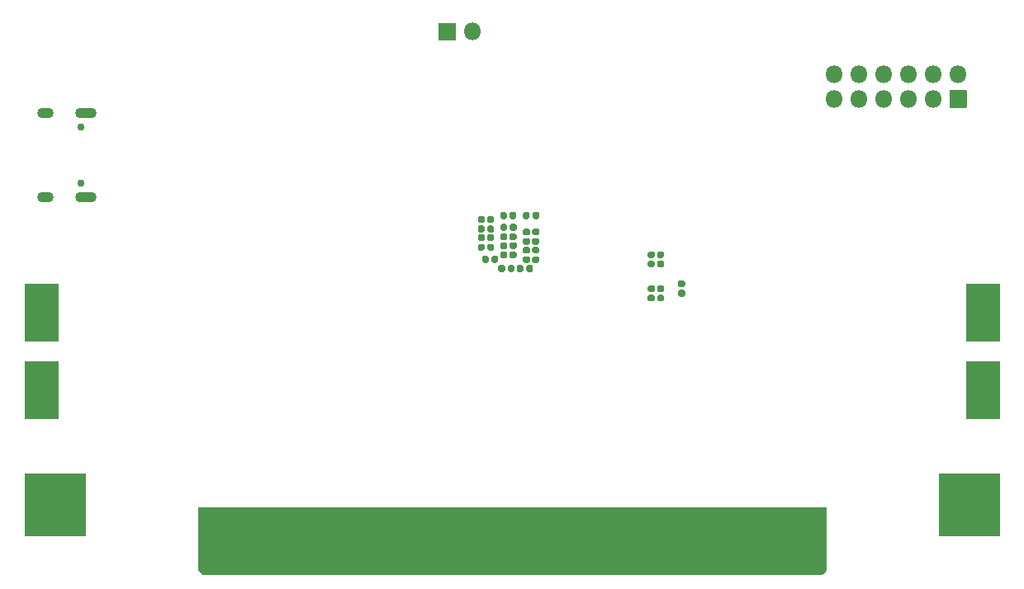
<source format=gbs>
G04 #@! TF.GenerationSoftware,KiCad,Pcbnew,(5.1.9-0-10_14)*
G04 #@! TF.CreationDate,2021-01-29T21:37:42-08:00*
G04 #@! TF.ProjectId,cart-ecp5,63617274-2d65-4637-9035-2e6b69636164,rev?*
G04 #@! TF.SameCoordinates,Original*
G04 #@! TF.FileFunction,Soldermask,Bot*
G04 #@! TF.FilePolarity,Negative*
%FSLAX46Y46*%
G04 Gerber Fmt 4.6, Leading zero omitted, Abs format (unit mm)*
G04 Created by KiCad (PCBNEW (5.1.9-0-10_14)) date 2021-01-29 21:37:42*
%MOMM*%
%LPD*%
G01*
G04 APERTURE LIST*
%ADD10O,1.800000X1.800000*%
%ADD11O,1.700000X1.100000*%
%ADD12C,0.750000*%
%ADD13O,2.200000X1.100000*%
%ADD14C,2.600000*%
%ADD15C,0.100000*%
G04 APERTURE END LIST*
D10*
X183025000Y-82610000D03*
X183025000Y-85150000D03*
X185565000Y-82610000D03*
X185565000Y-85150000D03*
X188105000Y-82610000D03*
X188105000Y-85150000D03*
X190645000Y-82610000D03*
X190645000Y-85150000D03*
X193185000Y-82610000D03*
X193185000Y-85150000D03*
X195725000Y-82610000D03*
G36*
G01*
X194875000Y-84250000D02*
X196575000Y-84250000D01*
G75*
G02*
X196625000Y-84300000I0J-50000D01*
G01*
X196625000Y-86000000D01*
G75*
G02*
X196575000Y-86050000I-50000J0D01*
G01*
X194875000Y-86050000D01*
G75*
G02*
X194825000Y-86000000I0J50000D01*
G01*
X194825000Y-84300000D01*
G75*
G02*
X194875000Y-84250000I50000J0D01*
G01*
G37*
G36*
G01*
X164080000Y-101750000D02*
X164470000Y-101750000D01*
G75*
G02*
X164635000Y-101915000I0J-165000D01*
G01*
X164635000Y-102245000D01*
G75*
G02*
X164470000Y-102410000I-165000J0D01*
G01*
X164080000Y-102410000D01*
G75*
G02*
X163915000Y-102245000I0J165000D01*
G01*
X163915000Y-101915000D01*
G75*
G02*
X164080000Y-101750000I165000J0D01*
G01*
G37*
G36*
G01*
X164080000Y-100790000D02*
X164470000Y-100790000D01*
G75*
G02*
X164635000Y-100955000I0J-165000D01*
G01*
X164635000Y-101285000D01*
G75*
G02*
X164470000Y-101450000I-165000J0D01*
G01*
X164080000Y-101450000D01*
G75*
G02*
X163915000Y-101285000I0J165000D01*
G01*
X163915000Y-100955000D01*
G75*
G02*
X164080000Y-100790000I165000J0D01*
G01*
G37*
G36*
G01*
X165030000Y-105250000D02*
X165420000Y-105250000D01*
G75*
G02*
X165585000Y-105415000I0J-165000D01*
G01*
X165585000Y-105745000D01*
G75*
G02*
X165420000Y-105910000I-165000J0D01*
G01*
X165030000Y-105910000D01*
G75*
G02*
X164865000Y-105745000I0J165000D01*
G01*
X164865000Y-105415000D01*
G75*
G02*
X165030000Y-105250000I165000J0D01*
G01*
G37*
G36*
G01*
X165030000Y-104290000D02*
X165420000Y-104290000D01*
G75*
G02*
X165585000Y-104455000I0J-165000D01*
G01*
X165585000Y-104785000D01*
G75*
G02*
X165420000Y-104950000I-165000J0D01*
G01*
X165030000Y-104950000D01*
G75*
G02*
X164865000Y-104785000I0J165000D01*
G01*
X164865000Y-104455000D01*
G75*
G02*
X165030000Y-104290000I165000J0D01*
G01*
G37*
X145890000Y-78225000D03*
G36*
G01*
X144200000Y-79125000D02*
X142500000Y-79125000D01*
G75*
G02*
X142450000Y-79075000I0J50000D01*
G01*
X142450000Y-77375000D01*
G75*
G02*
X142500000Y-77325000I50000J0D01*
G01*
X144200000Y-77325000D01*
G75*
G02*
X144250000Y-77375000I0J-50000D01*
G01*
X144250000Y-79075000D01*
G75*
G02*
X144200000Y-79125000I-50000J0D01*
G01*
G37*
G36*
G01*
X165027500Y-101740000D02*
X165422500Y-101740000D01*
G75*
G02*
X165595000Y-101912500I0J-172500D01*
G01*
X165595000Y-102257500D01*
G75*
G02*
X165422500Y-102430000I-172500J0D01*
G01*
X165027500Y-102430000D01*
G75*
G02*
X164855000Y-102257500I0J172500D01*
G01*
X164855000Y-101912500D01*
G75*
G02*
X165027500Y-101740000I172500J0D01*
G01*
G37*
G36*
G01*
X165027500Y-100770000D02*
X165422500Y-100770000D01*
G75*
G02*
X165595000Y-100942500I0J-172500D01*
G01*
X165595000Y-101287500D01*
G75*
G02*
X165422500Y-101460000I-172500J0D01*
G01*
X165027500Y-101460000D01*
G75*
G02*
X164855000Y-101287500I0J172500D01*
G01*
X164855000Y-100942500D01*
G75*
G02*
X165027500Y-100770000I172500J0D01*
G01*
G37*
G36*
G01*
X167572500Y-104460000D02*
X167177500Y-104460000D01*
G75*
G02*
X167005000Y-104287500I0J172500D01*
G01*
X167005000Y-103942500D01*
G75*
G02*
X167177500Y-103770000I172500J0D01*
G01*
X167572500Y-103770000D01*
G75*
G02*
X167745000Y-103942500I0J-172500D01*
G01*
X167745000Y-104287500D01*
G75*
G02*
X167572500Y-104460000I-172500J0D01*
G01*
G37*
G36*
G01*
X167572500Y-105430000D02*
X167177500Y-105430000D01*
G75*
G02*
X167005000Y-105257500I0J172500D01*
G01*
X167005000Y-104912500D01*
G75*
G02*
X167177500Y-104740000I172500J0D01*
G01*
X167572500Y-104740000D01*
G75*
G02*
X167745000Y-104912500I0J-172500D01*
G01*
X167745000Y-105257500D01*
G75*
G02*
X167572500Y-105430000I-172500J0D01*
G01*
G37*
G36*
G01*
X164077500Y-105240000D02*
X164472500Y-105240000D01*
G75*
G02*
X164645000Y-105412500I0J-172500D01*
G01*
X164645000Y-105757500D01*
G75*
G02*
X164472500Y-105930000I-172500J0D01*
G01*
X164077500Y-105930000D01*
G75*
G02*
X163905000Y-105757500I0J172500D01*
G01*
X163905000Y-105412500D01*
G75*
G02*
X164077500Y-105240000I172500J0D01*
G01*
G37*
G36*
G01*
X164077500Y-104270000D02*
X164472500Y-104270000D01*
G75*
G02*
X164645000Y-104442500I0J-172500D01*
G01*
X164645000Y-104787500D01*
G75*
G02*
X164472500Y-104960000I-172500J0D01*
G01*
X164077500Y-104960000D01*
G75*
G02*
X163905000Y-104787500I0J172500D01*
G01*
X163905000Y-104442500D01*
G75*
G02*
X164077500Y-104270000I172500J0D01*
G01*
G37*
G36*
G01*
X151672500Y-101010000D02*
X151277500Y-101010000D01*
G75*
G02*
X151105000Y-100837500I0J172500D01*
G01*
X151105000Y-100492500D01*
G75*
G02*
X151277500Y-100320000I172500J0D01*
G01*
X151672500Y-100320000D01*
G75*
G02*
X151845000Y-100492500I0J-172500D01*
G01*
X151845000Y-100837500D01*
G75*
G02*
X151672500Y-101010000I-172500J0D01*
G01*
G37*
G36*
G01*
X151672500Y-101980000D02*
X151277500Y-101980000D01*
G75*
G02*
X151105000Y-101807500I0J172500D01*
G01*
X151105000Y-101462500D01*
G75*
G02*
X151277500Y-101290000I172500J0D01*
G01*
X151672500Y-101290000D01*
G75*
G02*
X151845000Y-101462500I0J-172500D01*
G01*
X151845000Y-101807500D01*
G75*
G02*
X151672500Y-101980000I-172500J0D01*
G01*
G37*
G36*
G01*
X146652500Y-98140000D02*
X147047500Y-98140000D01*
G75*
G02*
X147220000Y-98312500I0J-172500D01*
G01*
X147220000Y-98657500D01*
G75*
G02*
X147047500Y-98830000I-172500J0D01*
G01*
X146652500Y-98830000D01*
G75*
G02*
X146480000Y-98657500I0J172500D01*
G01*
X146480000Y-98312500D01*
G75*
G02*
X146652500Y-98140000I172500J0D01*
G01*
G37*
G36*
G01*
X146652500Y-97170000D02*
X147047500Y-97170000D01*
G75*
G02*
X147220000Y-97342500I0J-172500D01*
G01*
X147220000Y-97687500D01*
G75*
G02*
X147047500Y-97860000I-172500J0D01*
G01*
X146652500Y-97860000D01*
G75*
G02*
X146480000Y-97687500I0J172500D01*
G01*
X146480000Y-97342500D01*
G75*
G02*
X146652500Y-97170000I172500J0D01*
G01*
G37*
G36*
G01*
X146652500Y-100015000D02*
X147047500Y-100015000D01*
G75*
G02*
X147220000Y-100187500I0J-172500D01*
G01*
X147220000Y-100532500D01*
G75*
G02*
X147047500Y-100705000I-172500J0D01*
G01*
X146652500Y-100705000D01*
G75*
G02*
X146480000Y-100532500I0J172500D01*
G01*
X146480000Y-100187500D01*
G75*
G02*
X146652500Y-100015000I172500J0D01*
G01*
G37*
G36*
G01*
X146652500Y-99045000D02*
X147047500Y-99045000D01*
G75*
G02*
X147220000Y-99217500I0J-172500D01*
G01*
X147220000Y-99562500D01*
G75*
G02*
X147047500Y-99735000I-172500J0D01*
G01*
X146652500Y-99735000D01*
G75*
G02*
X146480000Y-99562500I0J172500D01*
G01*
X146480000Y-99217500D01*
G75*
G02*
X146652500Y-99045000I172500J0D01*
G01*
G37*
G36*
G01*
X151160000Y-102352500D02*
X151160000Y-102747500D01*
G75*
G02*
X150987500Y-102920000I-172500J0D01*
G01*
X150642500Y-102920000D01*
G75*
G02*
X150470000Y-102747500I0J172500D01*
G01*
X150470000Y-102352500D01*
G75*
G02*
X150642500Y-102180000I172500J0D01*
G01*
X150987500Y-102180000D01*
G75*
G02*
X151160000Y-102352500I0J-172500D01*
G01*
G37*
G36*
G01*
X152130000Y-102352500D02*
X152130000Y-102747500D01*
G75*
G02*
X151957500Y-102920000I-172500J0D01*
G01*
X151612500Y-102920000D01*
G75*
G02*
X151440000Y-102747500I0J172500D01*
G01*
X151440000Y-102352500D01*
G75*
G02*
X151612500Y-102180000I172500J0D01*
G01*
X151957500Y-102180000D01*
G75*
G02*
X152130000Y-102352500I0J-172500D01*
G01*
G37*
G36*
G01*
X147602500Y-100015000D02*
X147997500Y-100015000D01*
G75*
G02*
X148170000Y-100187500I0J-172500D01*
G01*
X148170000Y-100532500D01*
G75*
G02*
X147997500Y-100705000I-172500J0D01*
G01*
X147602500Y-100705000D01*
G75*
G02*
X147430000Y-100532500I0J172500D01*
G01*
X147430000Y-100187500D01*
G75*
G02*
X147602500Y-100015000I172500J0D01*
G01*
G37*
G36*
G01*
X147602500Y-99045000D02*
X147997500Y-99045000D01*
G75*
G02*
X148170000Y-99217500I0J-172500D01*
G01*
X148170000Y-99562500D01*
G75*
G02*
X147997500Y-99735000I-172500J0D01*
G01*
X147602500Y-99735000D01*
G75*
G02*
X147430000Y-99562500I0J172500D01*
G01*
X147430000Y-99217500D01*
G75*
G02*
X147602500Y-99045000I172500J0D01*
G01*
G37*
G36*
G01*
X152622500Y-101010000D02*
X152227500Y-101010000D01*
G75*
G02*
X152055000Y-100837500I0J172500D01*
G01*
X152055000Y-100492500D01*
G75*
G02*
X152227500Y-100320000I172500J0D01*
G01*
X152622500Y-100320000D01*
G75*
G02*
X152795000Y-100492500I0J-172500D01*
G01*
X152795000Y-100837500D01*
G75*
G02*
X152622500Y-101010000I-172500J0D01*
G01*
G37*
G36*
G01*
X152622500Y-101980000D02*
X152227500Y-101980000D01*
G75*
G02*
X152055000Y-101807500I0J172500D01*
G01*
X152055000Y-101462500D01*
G75*
G02*
X152227500Y-101290000I172500J0D01*
G01*
X152622500Y-101290000D01*
G75*
G02*
X152795000Y-101462500I0J-172500D01*
G01*
X152795000Y-101807500D01*
G75*
G02*
X152622500Y-101980000I-172500J0D01*
G01*
G37*
G36*
G01*
X151672500Y-99135000D02*
X151277500Y-99135000D01*
G75*
G02*
X151105000Y-98962500I0J172500D01*
G01*
X151105000Y-98617500D01*
G75*
G02*
X151277500Y-98445000I172500J0D01*
G01*
X151672500Y-98445000D01*
G75*
G02*
X151845000Y-98617500I0J-172500D01*
G01*
X151845000Y-98962500D01*
G75*
G02*
X151672500Y-99135000I-172500J0D01*
G01*
G37*
G36*
G01*
X151672500Y-100105000D02*
X151277500Y-100105000D01*
G75*
G02*
X151105000Y-99932500I0J172500D01*
G01*
X151105000Y-99587500D01*
G75*
G02*
X151277500Y-99415000I172500J0D01*
G01*
X151672500Y-99415000D01*
G75*
G02*
X151845000Y-99587500I0J-172500D01*
G01*
X151845000Y-99932500D01*
G75*
G02*
X151672500Y-100105000I-172500J0D01*
G01*
G37*
G36*
G01*
X147602500Y-98140000D02*
X147997500Y-98140000D01*
G75*
G02*
X148170000Y-98312500I0J-172500D01*
G01*
X148170000Y-98657500D01*
G75*
G02*
X147997500Y-98830000I-172500J0D01*
G01*
X147602500Y-98830000D01*
G75*
G02*
X147430000Y-98657500I0J172500D01*
G01*
X147430000Y-98312500D01*
G75*
G02*
X147602500Y-98140000I172500J0D01*
G01*
G37*
G36*
G01*
X147602500Y-97170000D02*
X147997500Y-97170000D01*
G75*
G02*
X148170000Y-97342500I0J-172500D01*
G01*
X148170000Y-97687500D01*
G75*
G02*
X147997500Y-97860000I-172500J0D01*
G01*
X147602500Y-97860000D01*
G75*
G02*
X147430000Y-97687500I0J172500D01*
G01*
X147430000Y-97342500D01*
G75*
G02*
X147602500Y-97170000I172500J0D01*
G01*
G37*
G36*
G01*
X151810000Y-96902500D02*
X151810000Y-97297500D01*
G75*
G02*
X151637500Y-97470000I-172500J0D01*
G01*
X151292500Y-97470000D01*
G75*
G02*
X151120000Y-97297500I0J172500D01*
G01*
X151120000Y-96902500D01*
G75*
G02*
X151292500Y-96730000I172500J0D01*
G01*
X151637500Y-96730000D01*
G75*
G02*
X151810000Y-96902500I0J-172500D01*
G01*
G37*
G36*
G01*
X152780000Y-96902500D02*
X152780000Y-97297500D01*
G75*
G02*
X152607500Y-97470000I-172500J0D01*
G01*
X152262500Y-97470000D01*
G75*
G02*
X152090000Y-97297500I0J172500D01*
G01*
X152090000Y-96902500D01*
G75*
G02*
X152262500Y-96730000I172500J0D01*
G01*
X152607500Y-96730000D01*
G75*
G02*
X152780000Y-96902500I0J-172500D01*
G01*
G37*
G36*
G01*
X152622500Y-99135000D02*
X152227500Y-99135000D01*
G75*
G02*
X152055000Y-98962500I0J172500D01*
G01*
X152055000Y-98617500D01*
G75*
G02*
X152227500Y-98445000I172500J0D01*
G01*
X152622500Y-98445000D01*
G75*
G02*
X152795000Y-98617500I0J-172500D01*
G01*
X152795000Y-98962500D01*
G75*
G02*
X152622500Y-99135000I-172500J0D01*
G01*
G37*
G36*
G01*
X152622500Y-100105000D02*
X152227500Y-100105000D01*
G75*
G02*
X152055000Y-99932500I0J172500D01*
G01*
X152055000Y-99587500D01*
G75*
G02*
X152227500Y-99415000I172500J0D01*
G01*
X152622500Y-99415000D01*
G75*
G02*
X152795000Y-99587500I0J-172500D01*
G01*
X152795000Y-99932500D01*
G75*
G02*
X152622500Y-100105000I-172500J0D01*
G01*
G37*
G36*
G01*
X149565000Y-102747500D02*
X149565000Y-102352500D01*
G75*
G02*
X149737500Y-102180000I172500J0D01*
G01*
X150082500Y-102180000D01*
G75*
G02*
X150255000Y-102352500I0J-172500D01*
G01*
X150255000Y-102747500D01*
G75*
G02*
X150082500Y-102920000I-172500J0D01*
G01*
X149737500Y-102920000D01*
G75*
G02*
X149565000Y-102747500I0J172500D01*
G01*
G37*
G36*
G01*
X148595000Y-102747500D02*
X148595000Y-102352500D01*
G75*
G02*
X148767500Y-102180000I172500J0D01*
G01*
X149112500Y-102180000D01*
G75*
G02*
X149285000Y-102352500I0J-172500D01*
G01*
X149285000Y-102747500D01*
G75*
G02*
X149112500Y-102920000I-172500J0D01*
G01*
X148767500Y-102920000D01*
G75*
G02*
X148595000Y-102747500I0J172500D01*
G01*
G37*
G36*
G01*
X149460000Y-96902500D02*
X149460000Y-97297500D01*
G75*
G02*
X149287500Y-97470000I-172500J0D01*
G01*
X148942500Y-97470000D01*
G75*
G02*
X148770000Y-97297500I0J172500D01*
G01*
X148770000Y-96902500D01*
G75*
G02*
X148942500Y-96730000I172500J0D01*
G01*
X149287500Y-96730000D01*
G75*
G02*
X149460000Y-96902500I0J-172500D01*
G01*
G37*
G36*
G01*
X150430000Y-96902500D02*
X150430000Y-97297500D01*
G75*
G02*
X150257500Y-97470000I-172500J0D01*
G01*
X149912500Y-97470000D01*
G75*
G02*
X149740000Y-97297500I0J172500D01*
G01*
X149740000Y-96902500D01*
G75*
G02*
X149912500Y-96730000I172500J0D01*
G01*
X150257500Y-96730000D01*
G75*
G02*
X150430000Y-96902500I0J-172500D01*
G01*
G37*
G36*
G01*
X147890000Y-101797500D02*
X147890000Y-101402500D01*
G75*
G02*
X148062500Y-101230000I172500J0D01*
G01*
X148407500Y-101230000D01*
G75*
G02*
X148580000Y-101402500I0J-172500D01*
G01*
X148580000Y-101797500D01*
G75*
G02*
X148407500Y-101970000I-172500J0D01*
G01*
X148062500Y-101970000D01*
G75*
G02*
X147890000Y-101797500I0J172500D01*
G01*
G37*
G36*
G01*
X146920000Y-101797500D02*
X146920000Y-101402500D01*
G75*
G02*
X147092500Y-101230000I172500J0D01*
G01*
X147437500Y-101230000D01*
G75*
G02*
X147610000Y-101402500I0J-172500D01*
G01*
X147610000Y-101797500D01*
G75*
G02*
X147437500Y-101970000I-172500J0D01*
G01*
X147092500Y-101970000D01*
G75*
G02*
X146920000Y-101797500I0J172500D01*
G01*
G37*
G36*
G01*
X149347500Y-100535000D02*
X148952500Y-100535000D01*
G75*
G02*
X148780000Y-100362500I0J172500D01*
G01*
X148780000Y-100017500D01*
G75*
G02*
X148952500Y-99845000I172500J0D01*
G01*
X149347500Y-99845000D01*
G75*
G02*
X149520000Y-100017500I0J-172500D01*
G01*
X149520000Y-100362500D01*
G75*
G02*
X149347500Y-100535000I-172500J0D01*
G01*
G37*
G36*
G01*
X149347500Y-101505000D02*
X148952500Y-101505000D01*
G75*
G02*
X148780000Y-101332500I0J172500D01*
G01*
X148780000Y-100987500D01*
G75*
G02*
X148952500Y-100815000I172500J0D01*
G01*
X149347500Y-100815000D01*
G75*
G02*
X149520000Y-100987500I0J-172500D01*
G01*
X149520000Y-101332500D01*
G75*
G02*
X149347500Y-101505000I-172500J0D01*
G01*
G37*
G36*
G01*
X150297500Y-100535000D02*
X149902500Y-100535000D01*
G75*
G02*
X149730000Y-100362500I0J172500D01*
G01*
X149730000Y-100017500D01*
G75*
G02*
X149902500Y-99845000I172500J0D01*
G01*
X150297500Y-99845000D01*
G75*
G02*
X150470000Y-100017500I0J-172500D01*
G01*
X150470000Y-100362500D01*
G75*
G02*
X150297500Y-100535000I-172500J0D01*
G01*
G37*
G36*
G01*
X150297500Y-101505000D02*
X149902500Y-101505000D01*
G75*
G02*
X149730000Y-101332500I0J172500D01*
G01*
X149730000Y-100987500D01*
G75*
G02*
X149902500Y-100815000I172500J0D01*
G01*
X150297500Y-100815000D01*
G75*
G02*
X150470000Y-100987500I0J-172500D01*
G01*
X150470000Y-101332500D01*
G75*
G02*
X150297500Y-101505000I-172500J0D01*
G01*
G37*
G36*
G01*
X149902500Y-98940000D02*
X150297500Y-98940000D01*
G75*
G02*
X150470000Y-99112500I0J-172500D01*
G01*
X150470000Y-99457500D01*
G75*
G02*
X150297500Y-99630000I-172500J0D01*
G01*
X149902500Y-99630000D01*
G75*
G02*
X149730000Y-99457500I0J172500D01*
G01*
X149730000Y-99112500D01*
G75*
G02*
X149902500Y-98940000I172500J0D01*
G01*
G37*
G36*
G01*
X149902500Y-97970000D02*
X150297500Y-97970000D01*
G75*
G02*
X150470000Y-98142500I0J-172500D01*
G01*
X150470000Y-98487500D01*
G75*
G02*
X150297500Y-98660000I-172500J0D01*
G01*
X149902500Y-98660000D01*
G75*
G02*
X149730000Y-98487500I0J172500D01*
G01*
X149730000Y-98142500D01*
G75*
G02*
X149902500Y-97970000I172500J0D01*
G01*
G37*
G36*
G01*
X148952500Y-98940000D02*
X149347500Y-98940000D01*
G75*
G02*
X149520000Y-99112500I0J-172500D01*
G01*
X149520000Y-99457500D01*
G75*
G02*
X149347500Y-99630000I-172500J0D01*
G01*
X148952500Y-99630000D01*
G75*
G02*
X148780000Y-99457500I0J172500D01*
G01*
X148780000Y-99112500D01*
G75*
G02*
X148952500Y-98940000I172500J0D01*
G01*
G37*
G36*
G01*
X148952500Y-97970000D02*
X149347500Y-97970000D01*
G75*
G02*
X149520000Y-98142500I0J-172500D01*
G01*
X149520000Y-98487500D01*
G75*
G02*
X149347500Y-98660000I-172500J0D01*
G01*
X148952500Y-98660000D01*
G75*
G02*
X148780000Y-98487500I0J172500D01*
G01*
X148780000Y-98142500D01*
G75*
G02*
X148952500Y-97970000I172500J0D01*
G01*
G37*
D11*
X102150000Y-95220000D03*
D12*
X105800000Y-93790000D03*
D11*
X102150000Y-86580000D03*
D12*
X105800000Y-88010000D03*
D13*
X106330000Y-86580000D03*
X106330000Y-95220000D03*
D14*
X197400000Y-126600000D03*
X102600000Y-126600000D03*
D15*
X182200000Y-133296576D02*
X182173880Y-133382683D01*
X182081470Y-133555570D01*
X181957107Y-133707107D01*
X181805570Y-133831470D01*
X181632683Y-133923880D01*
X181546576Y-133950000D01*
X118453424Y-133950000D01*
X118367317Y-133923880D01*
X118194430Y-133831470D01*
X118042893Y-133707107D01*
X117918530Y-133555570D01*
X117826120Y-133382683D01*
X117800000Y-133296576D01*
X117800000Y-127050000D01*
X182200000Y-127050000D01*
X182200000Y-133296576D01*
G36*
X182200000Y-133296576D02*
G01*
X182173880Y-133382683D01*
X182081470Y-133555570D01*
X181957107Y-133707107D01*
X181805570Y-133831470D01*
X181632683Y-133923880D01*
X181546576Y-133950000D01*
X118453424Y-133950000D01*
X118367317Y-133923880D01*
X118194430Y-133831470D01*
X118042893Y-133707107D01*
X117918530Y-133555570D01*
X117826120Y-133382683D01*
X117800000Y-133296576D01*
X117800000Y-127050000D01*
X182200000Y-127050000D01*
X182200000Y-133296576D01*
G37*
X199950000Y-117950000D02*
X196550000Y-117950000D01*
X196550000Y-112050000D01*
X199950000Y-112050000D01*
X199950000Y-117950000D01*
G36*
X199950000Y-117950000D02*
G01*
X196550000Y-117950000D01*
X196550000Y-112050000D01*
X199950000Y-112050000D01*
X199950000Y-117950000D01*
G37*
X199950000Y-129950000D02*
X193800000Y-129950000D01*
X193800000Y-123550000D01*
X199950000Y-123550000D01*
X199950000Y-129950000D01*
G36*
X199950000Y-129950000D02*
G01*
X193800000Y-129950000D01*
X193800000Y-123550000D01*
X199950000Y-123550000D01*
X199950000Y-129950000D01*
G37*
X106200000Y-129950000D02*
X100050000Y-129950000D01*
X100050000Y-123550000D01*
X106200000Y-123550000D01*
X106200000Y-129950000D01*
G36*
X106200000Y-129950000D02*
G01*
X100050000Y-129950000D01*
X100050000Y-123550000D01*
X106200000Y-123550000D01*
X106200000Y-129950000D01*
G37*
X103450000Y-117950000D02*
X100050000Y-117950000D01*
X100050000Y-112050000D01*
X103450000Y-112050000D01*
X103450000Y-117950000D01*
G36*
X103450000Y-117950000D02*
G01*
X100050000Y-117950000D01*
X100050000Y-112050000D01*
X103450000Y-112050000D01*
X103450000Y-117950000D01*
G37*
X103450000Y-109980691D02*
X100050000Y-109980691D01*
X100050000Y-104080691D01*
X103450000Y-104080691D01*
X103450000Y-109980691D01*
G36*
X103450000Y-109980691D02*
G01*
X100050000Y-109980691D01*
X100050000Y-104080691D01*
X103450000Y-104080691D01*
X103450000Y-109980691D01*
G37*
X199950000Y-109980691D02*
X196550000Y-109980691D01*
X196550000Y-104080691D01*
X199950000Y-104080691D01*
X199950000Y-109980691D01*
G36*
X199950000Y-109980691D02*
G01*
X196550000Y-109980691D01*
X196550000Y-104080691D01*
X199950000Y-104080691D01*
X199950000Y-109980691D01*
G37*
M02*

</source>
